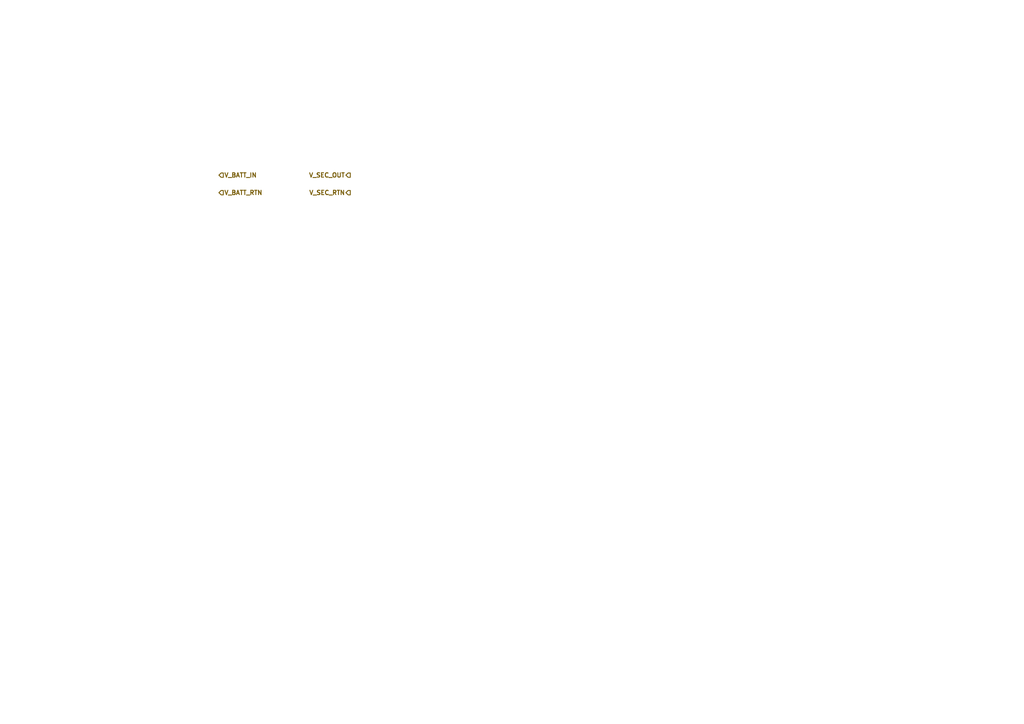
<source format=kicad_sch>
(kicad_sch
	(version 20250114)
	(generator "eeschema")
	(generator_version "9.0")
	(uuid "5c041031-d8bf-48ab-840b-2702332b298a")
	(paper "A4")
	(lib_symbols)
	(hierarchical_label "V_SEC_OUT"
		(shape output)
		(at 101.6 50.8 180)
		(effects
			(font
				(size 1.27 1.27)
				(thickness 0.254)
				(bold yes)
			)
			(justify right)
		)
		(uuid "8477ee0f-48ae-401d-9767-24c73b386910")
	)
	(hierarchical_label "V_BATT_IN"
		(shape input)
		(at 63.5 50.8 0)
		(effects
			(font
				(size 1.27 1.27)
				(thickness 0.254)
				(bold yes)
			)
			(justify left)
		)
		(uuid "b795be4d-08e7-4c19-90bc-076a704b951a")
	)
	(hierarchical_label "V_SEC_RTN"
		(shape output)
		(at 101.6 55.88 180)
		(effects
			(font
				(size 1.27 1.27)
				(thickness 0.254)
				(bold yes)
			)
			(justify right)
		)
		(uuid "d96fa1e5-e146-4d98-9f5a-8eee1ffd51fe")
	)
	(hierarchical_label "V_BATT_RTN"
		(shape input)
		(at 63.5 55.88 0)
		(effects
			(font
				(size 1.27 1.27)
				(thickness 0.254)
				(bold yes)
			)
			(justify left)
		)
		(uuid "e860b135-f835-44e3-8b87-b742fb8ec923")
	)
)

</source>
